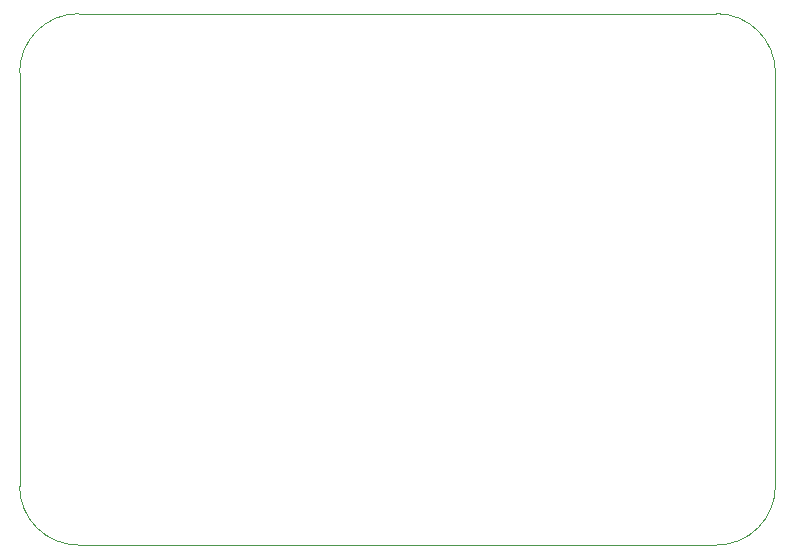
<source format=gm1>
G04 #@! TF.GenerationSoftware,KiCad,Pcbnew,6.0.2-378541a8eb~116~ubuntu21.10.1*
G04 #@! TF.CreationDate,2022-03-02T08:52:49+01:00*
G04 #@! TF.ProjectId,BH,42482e6b-6963-4616-945f-706362585858,rev?*
G04 #@! TF.SameCoordinates,Original*
G04 #@! TF.FileFunction,Profile,NP*
%FSLAX46Y46*%
G04 Gerber Fmt 4.6, Leading zero omitted, Abs format (unit mm)*
G04 Created by KiCad (PCBNEW 6.0.2-378541a8eb~116~ubuntu21.10.1) date 2022-03-02 08:52:49*
%MOMM*%
%LPD*%
G01*
G04 APERTURE LIST*
G04 #@! TA.AperFunction,Profile*
%ADD10C,0.100000*%
G04 #@! TD*
G04 APERTURE END LIST*
D10*
X110000000Y-130000000D02*
X110000000Y-95000000D01*
X115000000Y-90000000D02*
G75*
G03*
X110000000Y-95000000I0J-5000000D01*
G01*
X110000000Y-130000000D02*
G75*
G03*
X115000000Y-135000000I5000000J0D01*
G01*
X115000000Y-90000000D02*
X169000000Y-90000000D01*
X169000000Y-135000000D02*
G75*
G03*
X174000000Y-130000000I0J5000000D01*
G01*
X169000000Y-135000000D02*
X115000000Y-135000000D01*
X174000000Y-95000000D02*
G75*
G03*
X169000000Y-90000000I-5000000J0D01*
G01*
X174000000Y-95000000D02*
X174000000Y-130000000D01*
M02*

</source>
